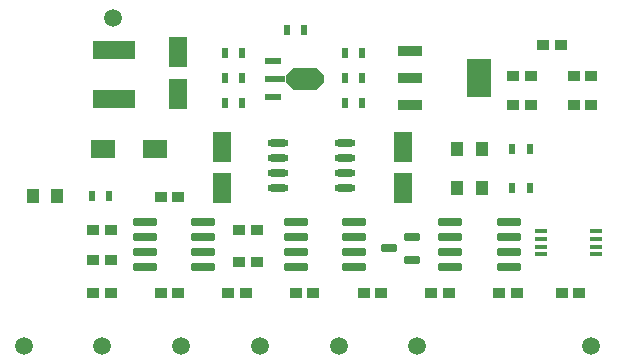
<source format=gbr>
%TF.GenerationSoftware,Altium Limited,Altium Designer,24.9.1 (31)*%
G04 Layer_Color=8421504*
%FSLAX45Y45*%
%MOMM*%
%TF.SameCoordinates,1ED834A1-E46C-4F5A-A45D-C8FB9AE456DD*%
%TF.FilePolarity,Positive*%
%TF.FileFunction,Paste,Top*%
%TF.Part,Single*%
G01*
G75*
%TA.AperFunction,SMDPad,CuDef*%
%ADD10R,1.00000X0.95000*%
%ADD11C,1.50000*%
%ADD12R,1.60000X2.60000*%
%ADD13R,1.10000X1.20000*%
G04:AMPARAMS|DCode=14|XSize=1.97mm|YSize=0.6mm|CornerRadius=0.075mm|HoleSize=0mm|Usage=FLASHONLY|Rotation=0.000|XOffset=0mm|YOffset=0mm|HoleType=Round|Shape=RoundedRectangle|*
%AMROUNDEDRECTD14*
21,1,1.97000,0.45000,0,0,0.0*
21,1,1.82000,0.60000,0,0,0.0*
1,1,0.15000,0.91000,-0.22500*
1,1,0.15000,-0.91000,-0.22500*
1,1,0.15000,-0.91000,0.22500*
1,1,0.15000,0.91000,0.22500*
%
%ADD14ROUNDEDRECTD14*%
%ADD15O,1.80000X0.60000*%
%ADD16R,2.10000X1.55000*%
%ADD17R,1.60000X2.50000*%
%ADD18R,0.55000X0.90000*%
%ADD19R,1.40000X0.60000*%
%ADD20R,1.80000X0.60000*%
%ADD21R,1.10000X0.35000*%
%ADD22R,2.15000X3.25000*%
%ADD23R,2.15000X0.90000*%
G04:AMPARAMS|DCode=24|XSize=1.32mm|YSize=0.6mm|CornerRadius=0.075mm|HoleSize=0mm|Usage=FLASHONLY|Rotation=180.000|XOffset=0mm|YOffset=0mm|HoleType=Round|Shape=RoundedRectangle|*
%AMROUNDEDRECTD24*
21,1,1.32000,0.45000,0,0,180.0*
21,1,1.17000,0.60000,0,0,180.0*
1,1,0.15000,-0.58500,0.22500*
1,1,0.15000,0.58500,0.22500*
1,1,0.15000,0.58500,-0.22500*
1,1,0.15000,-0.58500,-0.22500*
%
%ADD24ROUNDEDRECTD24*%
%ADD25R,3.55600X1.52400*%
G36*
X3235324Y2780372D02*
Y2720372D01*
X3170325Y2655372D01*
X2980324D01*
X2915325Y2720372D01*
Y2780372D01*
X2980324Y2845372D01*
X3170325D01*
X3235324Y2780372D01*
D02*
G37*
D10*
X5094223Y3038073D02*
D03*
X5244223D02*
D03*
X5399480Y934692D02*
D03*
X5249479D02*
D03*
X1432385D02*
D03*
X1282385D02*
D03*
X1852304D02*
D03*
X2002304D02*
D03*
X5349301Y2530880D02*
D03*
X5499302D02*
D03*
X5349301Y2772682D02*
D03*
X5499302D02*
D03*
X2424763Y934692D02*
D03*
X2574763D02*
D03*
X3147223D02*
D03*
X2997222D02*
D03*
X2665008Y1468470D02*
D03*
X2515008D02*
D03*
X2515007Y1201549D02*
D03*
X2665008D02*
D03*
X4867140Y934692D02*
D03*
X4717140D02*
D03*
X4836536Y2772682D02*
D03*
X4986536D02*
D03*
X4989076Y2530880D02*
D03*
X4839076D02*
D03*
X4294681Y934692D02*
D03*
X4144681D02*
D03*
X3722222D02*
D03*
X3572221D02*
D03*
X1279845Y1468470D02*
D03*
X1429845D02*
D03*
X1852304Y1750262D02*
D03*
X2002304D02*
D03*
X1282385Y1219847D02*
D03*
X1432385D02*
D03*
D11*
X1450000Y3270000D02*
D03*
X1359889Y485000D02*
D03*
X3361037D02*
D03*
X2693988D02*
D03*
X5500212Y485000D02*
D03*
X4028086Y485000D02*
D03*
X2026939D02*
D03*
X692840D02*
D03*
D12*
X1996389Y2619880D02*
D03*
Y2979880D02*
D03*
D13*
X4575849Y2155018D02*
D03*
X4365849D02*
D03*
X4575849Y1830343D02*
D03*
X4365849D02*
D03*
X979813Y1762962D02*
D03*
X769813D02*
D03*
D14*
X1720535Y1537843D02*
D03*
Y1410843D02*
D03*
Y1283843D02*
D03*
Y1156843D02*
D03*
X2214535D02*
D03*
Y1283843D02*
D03*
Y1410843D02*
D03*
Y1537843D02*
D03*
X3491554D02*
D03*
Y1410843D02*
D03*
Y1283843D02*
D03*
Y1156843D02*
D03*
X2997554D02*
D03*
Y1283843D02*
D03*
Y1410843D02*
D03*
Y1537843D02*
D03*
X4305158Y1539509D02*
D03*
Y1412509D02*
D03*
Y1285509D02*
D03*
Y1158509D02*
D03*
X4799158D02*
D03*
Y1285509D02*
D03*
Y1412509D02*
D03*
Y1539509D02*
D03*
D15*
X3415000Y1825433D02*
D03*
Y1952433D02*
D03*
Y2079433D02*
D03*
Y2206433D02*
D03*
X2850000Y1825433D02*
D03*
Y1952433D02*
D03*
Y2079433D02*
D03*
Y2206433D02*
D03*
D16*
X1361840Y2160593D02*
D03*
X1801840D02*
D03*
D17*
X2376665Y2175433D02*
D03*
Y1825433D02*
D03*
X3901987Y2175433D02*
D03*
Y1825433D02*
D03*
D18*
X2544785Y2973544D02*
D03*
X2399785D02*
D03*
X2399245Y2545000D02*
D03*
X2544245D02*
D03*
X2544785Y2758562D02*
D03*
X2399785D02*
D03*
X3067347Y3164416D02*
D03*
X2922347D02*
D03*
X3556570Y2758562D02*
D03*
X3411570D02*
D03*
X3557110Y2973545D02*
D03*
X3412110D02*
D03*
X4976956Y1828923D02*
D03*
X4831956D02*
D03*
X4831416Y2155018D02*
D03*
X4976416D02*
D03*
X3411570Y2545000D02*
D03*
X3556569D02*
D03*
X1420265Y1762962D02*
D03*
X1275265D02*
D03*
D19*
X2805325Y2600372D02*
D03*
Y2900372D02*
D03*
D20*
X2825325Y2750372D02*
D03*
D21*
X5541812Y1459341D02*
D03*
Y1394317D02*
D03*
Y1329293D02*
D03*
Y1264269D02*
D03*
X5071812D02*
D03*
Y1329293D02*
D03*
Y1394317D02*
D03*
Y1459341D02*
D03*
D22*
X4550039Y2758562D02*
D03*
D23*
X3964039Y2529562D02*
D03*
Y2758562D02*
D03*
Y2987562D02*
D03*
D24*
X3782687Y1316172D02*
D03*
X3982687Y1411172D02*
D03*
Y1221172D02*
D03*
D25*
X1457500Y2999280D02*
D03*
Y2579140D02*
D03*
%TF.MD5,2427ad3c760d5e43ca203c7b425ad8fb*%
M02*

</source>
